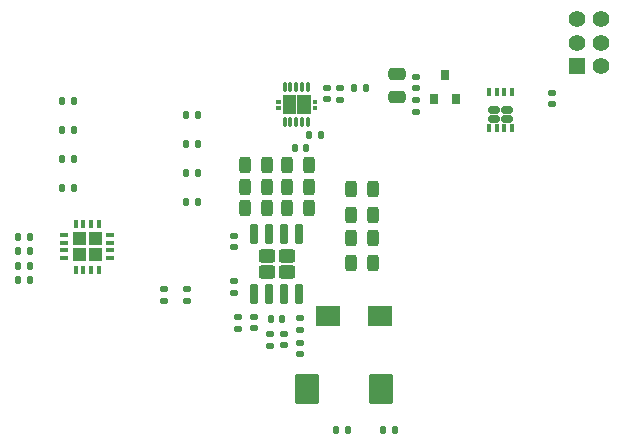
<source format=gbr>
%TF.GenerationSoftware,KiCad,Pcbnew,8.0.7*%
%TF.CreationDate,2025-01-22T00:45:47-05:00*%
%TF.ProjectId,AntHat,416e7448-6174-42e6-9b69-6361645f7063,rev?*%
%TF.SameCoordinates,Original*%
%TF.FileFunction,Paste,Top*%
%TF.FilePolarity,Positive*%
%FSLAX46Y46*%
G04 Gerber Fmt 4.6, Leading zero omitted, Abs format (unit mm)*
G04 Created by KiCad (PCBNEW 8.0.7) date 2025-01-22 00:45:47*
%MOMM*%
%LPD*%
G01*
G04 APERTURE LIST*
G04 Aperture macros list*
%AMRoundRect*
0 Rectangle with rounded corners*
0 $1 Rounding radius*
0 $2 $3 $4 $5 $6 $7 $8 $9 X,Y pos of 4 corners*
0 Add a 4 corners polygon primitive as box body*
4,1,4,$2,$3,$4,$5,$6,$7,$8,$9,$2,$3,0*
0 Add four circle primitives for the rounded corners*
1,1,$1+$1,$2,$3*
1,1,$1+$1,$4,$5*
1,1,$1+$1,$6,$7*
1,1,$1+$1,$8,$9*
0 Add four rect primitives between the rounded corners*
20,1,$1+$1,$2,$3,$4,$5,0*
20,1,$1+$1,$4,$5,$6,$7,0*
20,1,$1+$1,$6,$7,$8,$9,0*
20,1,$1+$1,$8,$9,$2,$3,0*%
G04 Aperture macros list end*
%ADD10C,0.010000*%
%ADD11C,0.000000*%
%ADD12RoundRect,0.050000X-0.100000X0.350000X-0.100000X-0.350000X0.100000X-0.350000X0.100000X0.350000X0*%
%ADD13RoundRect,0.050000X0.305600X-0.102400X0.305600X0.102400X-0.305600X0.102400X-0.305600X-0.102400X0*%
%ADD14RoundRect,0.050000X-0.102400X-0.305600X0.102400X-0.305600X0.102400X0.305600X-0.102400X0.305600X0*%
%ADD15RoundRect,0.140000X0.170000X-0.140000X0.170000X0.140000X-0.170000X0.140000X-0.170000X-0.140000X0*%
%ADD16RoundRect,0.140000X-0.140000X-0.170000X0.140000X-0.170000X0.140000X0.170000X-0.140000X0.170000X0*%
%ADD17R,2.000000X1.800000*%
%ADD18RoundRect,0.135000X0.135000X0.185000X-0.135000X0.185000X-0.135000X-0.185000X0.135000X-0.185000X0*%
%ADD19RoundRect,0.135000X-0.185000X0.135000X-0.185000X-0.135000X0.185000X-0.135000X0.185000X0.135000X0*%
%ADD20RoundRect,0.250000X-0.460000X0.315000X-0.460000X-0.315000X0.460000X-0.315000X0.460000X0.315000X0*%
%ADD21RoundRect,0.150000X-0.150000X0.737500X-0.150000X-0.737500X0.150000X-0.737500X0.150000X0.737500X0*%
%ADD22RoundRect,0.135000X-0.135000X-0.185000X0.135000X-0.185000X0.135000X0.185000X-0.135000X0.185000X0*%
%ADD23R,1.400000X1.400000*%
%ADD24C,1.400000*%
%ADD25R,0.800000X0.900000*%
%ADD26RoundRect,0.243750X0.243750X0.456250X-0.243750X0.456250X-0.243750X-0.456250X0.243750X-0.456250X0*%
%ADD27RoundRect,0.140000X-0.170000X0.140000X-0.170000X-0.140000X0.170000X-0.140000X0.170000X0.140000X0*%
%ADD28RoundRect,0.243750X-0.243750X-0.456250X0.243750X-0.456250X0.243750X0.456250X-0.243750X0.456250X0*%
%ADD29RoundRect,0.250000X-0.475000X0.250000X-0.475000X-0.250000X0.475000X-0.250000X0.475000X0.250000X0*%
%ADD30RoundRect,0.135000X0.185000X-0.135000X0.185000X0.135000X-0.185000X0.135000X-0.185000X-0.135000X0*%
%ADD31RoundRect,0.150000X-0.350000X0.150000X-0.350000X-0.150000X0.350000X-0.150000X0.350000X0.150000X0*%
%ADD32RoundRect,0.105000X-0.105000X0.245000X-0.105000X-0.245000X0.105000X-0.245000X0.105000X0.245000X0*%
%ADD33RoundRect,0.250000X0.787500X1.025000X-0.787500X1.025000X-0.787500X-1.025000X0.787500X-1.025000X0*%
G04 APERTURE END LIST*
%TO.C,U3*%
D10*
X143089000Y-88596500D02*
X142053000Y-88596500D01*
X142053000Y-90080500D01*
X143089000Y-90080500D01*
X143089000Y-88596500D01*
G36*
X143089000Y-88596500D02*
G01*
X142053000Y-88596500D01*
X142053000Y-90080500D01*
X143089000Y-90080500D01*
X143089000Y-88596500D01*
G37*
X141888000Y-88598000D02*
X140852000Y-88598000D01*
X140852000Y-90082000D01*
X141888000Y-90082000D01*
X141888000Y-88598000D01*
G36*
X141888000Y-88598000D02*
G01*
X140852000Y-88598000D01*
X140852000Y-90082000D01*
X141888000Y-90082000D01*
X141888000Y-88598000D01*
G37*
X143659000Y-88973500D02*
X143370000Y-88973500D01*
X143370000Y-89203000D01*
X143659000Y-89203000D01*
X143659000Y-88973500D01*
G36*
X143659000Y-88973500D02*
G01*
X143370000Y-88973500D01*
X143370000Y-89203000D01*
X143659000Y-89203000D01*
X143659000Y-88973500D01*
G37*
X140572000Y-88974250D02*
X140283000Y-88974250D01*
X140283000Y-89203750D01*
X140572000Y-89203750D01*
X140572000Y-88974250D01*
G36*
X140572000Y-88974250D02*
G01*
X140283000Y-88974250D01*
X140283000Y-89203750D01*
X140572000Y-89203750D01*
X140572000Y-88974250D01*
G37*
X143657000Y-89474250D02*
X143368000Y-89474250D01*
X143368000Y-89703750D01*
X143657000Y-89703750D01*
X143657000Y-89474250D01*
G36*
X143657000Y-89474250D02*
G01*
X143368000Y-89474250D01*
X143368000Y-89703750D01*
X143657000Y-89703750D01*
X143657000Y-89474250D01*
G37*
X140572000Y-89474250D02*
X140283000Y-89474250D01*
X140283000Y-89703750D01*
X140572000Y-89703750D01*
X140572000Y-89474250D01*
G36*
X140572000Y-89474250D02*
G01*
X140283000Y-89474250D01*
X140283000Y-89703750D01*
X140572000Y-89703750D01*
X140572000Y-89474250D01*
G37*
D11*
%TO.C,U2*%
G36*
X124175001Y-101290799D02*
G01*
X123028801Y-101290799D01*
X123028801Y-100144599D01*
X124175001Y-100144599D01*
X124175001Y-101290799D01*
G37*
G36*
X124175001Y-102636999D02*
G01*
X123028801Y-102636999D01*
X123028801Y-101490799D01*
X124175001Y-101490799D01*
X124175001Y-102636999D01*
G37*
G36*
X125521201Y-101290799D02*
G01*
X124375001Y-101290799D01*
X124375001Y-100144599D01*
X125521201Y-100144599D01*
X125521201Y-101290799D01*
G37*
G36*
X125521201Y-102636999D02*
G01*
X124375001Y-102636999D01*
X124375001Y-101490799D01*
X125521201Y-101490799D01*
X125521201Y-102636999D01*
G37*
%TD*%
D12*
%TO.C,U3*%
X142970000Y-87840000D03*
X142470000Y-87840000D03*
X141970000Y-87840000D03*
X141470000Y-87840000D03*
X140970000Y-87840000D03*
X140970000Y-90840000D03*
X141470000Y-90840000D03*
X141970000Y-90840000D03*
X142470000Y-90840000D03*
X142970000Y-90840000D03*
%TD*%
D13*
%TO.C,U2*%
X122325800Y-100415800D03*
X122325800Y-101065798D03*
X122325800Y-101715800D03*
X122325800Y-102365798D03*
D14*
X123300002Y-103340000D03*
X123950000Y-103340000D03*
X124600002Y-103340000D03*
X125250000Y-103340000D03*
D13*
X126224202Y-102365798D03*
X126224202Y-101715800D03*
X126224202Y-101065798D03*
X126224202Y-100415800D03*
D14*
X125250000Y-99441598D03*
X124600002Y-99441598D03*
X123950000Y-99441598D03*
X123300002Y-99441598D03*
%TD*%
D15*
%TO.C,C14*%
X138422500Y-108320000D03*
X138422500Y-107360000D03*
%TD*%
D16*
%TO.C,C12*%
X139802500Y-107490000D03*
X140762500Y-107490000D03*
%TD*%
D17*
%TO.C,L1*%
X144681053Y-107262422D03*
X149081053Y-107262422D03*
%TD*%
D18*
%TO.C,R22*%
X150340000Y-116890000D03*
X149320000Y-116890000D03*
%TD*%
D19*
%TO.C,R3*%
X139722500Y-108750000D03*
X139722500Y-109770000D03*
%TD*%
D15*
%TO.C,C5*%
X163600000Y-89350000D03*
X163600000Y-88390000D03*
%TD*%
D20*
%TO.C,U1*%
X141181053Y-102182422D03*
X139481053Y-102182422D03*
X141181053Y-103542422D03*
X139481053Y-103542422D03*
D21*
X142236053Y-100299922D03*
X140966053Y-100299922D03*
X139696053Y-100299922D03*
X138426053Y-100299922D03*
X138426053Y-105424922D03*
X139696053Y-105424922D03*
X140966053Y-105424922D03*
X142236053Y-105424922D03*
%TD*%
D22*
%TO.C,R21*%
X143040000Y-91925000D03*
X144060000Y-91925000D03*
%TD*%
D18*
%TO.C,R13*%
X133610000Y-90225714D03*
X132590000Y-90225714D03*
%TD*%
D23*
%TO.C,J3*%
X165740000Y-86130000D03*
D24*
X165740000Y-84130000D03*
X165740000Y-82130000D03*
X167740000Y-86130000D03*
X167740000Y-84130000D03*
X167740000Y-82130000D03*
%TD*%
D25*
%TO.C,D1*%
X153600000Y-88900000D03*
X155500000Y-88900000D03*
X154550000Y-86900000D03*
%TD*%
D26*
%TO.C,C16*%
X148440000Y-98675000D03*
X146565000Y-98675000D03*
%TD*%
D18*
%TO.C,R19*%
X147835000Y-87950000D03*
X146815000Y-87950000D03*
%TD*%
D26*
%TO.C,C3*%
X139468553Y-98162422D03*
X137593553Y-98162422D03*
%TD*%
D15*
%TO.C,C13*%
X140902500Y-109750000D03*
X140902500Y-108790000D03*
%TD*%
D27*
%TO.C,C8*%
X142282500Y-109540000D03*
X142282500Y-110500000D03*
%TD*%
D22*
%TO.C,R12*%
X122100000Y-96394284D03*
X123120000Y-96394284D03*
%TD*%
D19*
%TO.C,R2*%
X142282500Y-107460000D03*
X142282500Y-108480000D03*
%TD*%
D18*
%TO.C,R17*%
X119430000Y-100570000D03*
X118410000Y-100570000D03*
%TD*%
D19*
%TO.C,R20*%
X145650000Y-87940000D03*
X145650000Y-88960000D03*
%TD*%
D28*
%TO.C,C7*%
X141143553Y-98162422D03*
X143018553Y-98162422D03*
%TD*%
D26*
%TO.C,C18*%
X148468553Y-102812422D03*
X146593553Y-102812422D03*
%TD*%
D19*
%TO.C,R6*%
X132740000Y-104950000D03*
X132740000Y-105970000D03*
%TD*%
D26*
%TO.C,C17*%
X148468553Y-100662422D03*
X146593553Y-100662422D03*
%TD*%
D18*
%TO.C,R15*%
X133610000Y-95128570D03*
X132590000Y-95128570D03*
%TD*%
D26*
%TO.C,C2*%
X139468553Y-96312422D03*
X137593553Y-96312422D03*
%TD*%
D29*
%TO.C,C11*%
X150470000Y-86790000D03*
X150470000Y-88690000D03*
%TD*%
D19*
%TO.C,R8*%
X130800000Y-104970000D03*
X130800000Y-105990000D03*
%TD*%
D18*
%TO.C,R23*%
X146340000Y-116890000D03*
X145320000Y-116890000D03*
%TD*%
D22*
%TO.C,R9*%
X122100000Y-89040000D03*
X123120000Y-89040000D03*
%TD*%
D30*
%TO.C,R5*%
X136732500Y-105320000D03*
X136732500Y-104300000D03*
%TD*%
D18*
%TO.C,R7*%
X119430000Y-103016666D03*
X118410000Y-103016666D03*
%TD*%
D31*
%TO.C,Q1*%
X159830000Y-89840000D03*
X158700000Y-89840000D03*
X159830000Y-90550000D03*
X158700000Y-90550000D03*
D32*
X160240000Y-91320000D03*
X159590000Y-91320000D03*
X158940000Y-91320000D03*
X158290000Y-91320000D03*
X160240000Y-88320000D03*
X159590000Y-88320000D03*
X158940000Y-88320000D03*
X158290000Y-88320000D03*
%TD*%
D16*
%TO.C,C20*%
X118440000Y-104230000D03*
X119400000Y-104230000D03*
%TD*%
D26*
%TO.C,C1*%
X139468553Y-94462422D03*
X137593553Y-94462422D03*
%TD*%
D16*
%TO.C,C22*%
X141820000Y-93025000D03*
X142780000Y-93025000D03*
%TD*%
D30*
%TO.C,R4*%
X136992500Y-108400000D03*
X136992500Y-107380000D03*
%TD*%
D27*
%TO.C,C10*%
X152100000Y-87000000D03*
X152100000Y-87960000D03*
%TD*%
D18*
%TO.C,R18*%
X119430000Y-101793333D03*
X118410000Y-101793333D03*
%TD*%
D33*
%TO.C,C19*%
X149125000Y-113475000D03*
X142900000Y-113475000D03*
%TD*%
D22*
%TO.C,R10*%
X122100000Y-91491428D03*
X123120000Y-91491428D03*
%TD*%
%TO.C,R11*%
X122100000Y-93942856D03*
X123120000Y-93942856D03*
%TD*%
D27*
%TO.C,C21*%
X144550000Y-87970000D03*
X144550000Y-88930000D03*
%TD*%
D28*
%TO.C,C6*%
X141143553Y-96312422D03*
X143018553Y-96312422D03*
%TD*%
D18*
%TO.C,R16*%
X133610000Y-97580000D03*
X132590000Y-97580000D03*
%TD*%
%TO.C,R14*%
X133610000Y-92677142D03*
X132590000Y-92677142D03*
%TD*%
D26*
%TO.C,C15*%
X148452500Y-96525000D03*
X146577500Y-96525000D03*
%TD*%
D27*
%TO.C,C9*%
X136732500Y-100470000D03*
X136732500Y-101430000D03*
%TD*%
D19*
%TO.C,R1*%
X152090000Y-88940000D03*
X152090000Y-89960000D03*
%TD*%
D28*
%TO.C,C4*%
X141143553Y-94462422D03*
X143018553Y-94462422D03*
%TD*%
M02*

</source>
